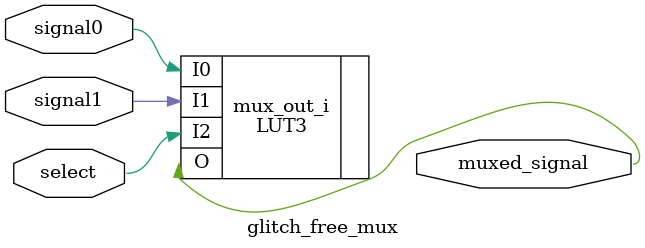
<source format=v>

module glitch_free_mux (
  input  wire select,
  input  wire signal0,
  input  wire signal1,
  output wire muxed_signal
);

  (* dont_touch = "TRUE" *) LUT3 #(
    .INIT(8'hCA) // Specify LUT Contents. O = ~I2&I0 | I2&I1
  ) mux_out_i (
    .O (muxed_signal), // LUT general output. Mux output
    .I0(signal0),      // LUT input. Input 1
    .I1(signal1),      // LUT input. Input 2
    .I2(select)        // LUT input. Select bit
  );

endmodule

</source>
